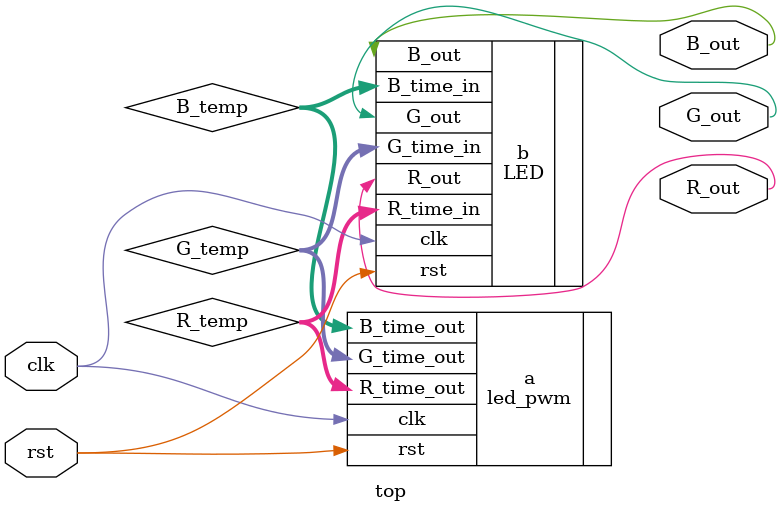
<source format=v>
module top(
    input   clk   ,
    input   rst   ,
    output  R_out,G_out,B_out
    );
    
    wire [7:0] R_temp,G_temp,B_temp;
    
    led_pwm a(
      .clk (clk),
      .rst (rst),
      .R_time_out(R_temp),
      .G_time_out(G_temp),
      .B_time_out(B_temp)
      );
    LED b(
        .clk (clk),		
        .rst (rst),
        .R_time_in(R_temp),
        .G_time_in(G_temp),
        .B_time_in(B_temp),
        .R_out(R_out),
        .G_out(G_out),
        .B_out(B_out)
        );
endmodule

</source>
